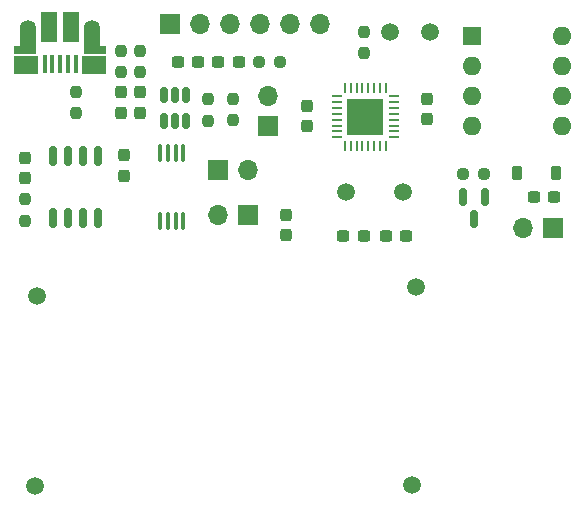
<source format=gbr>
%TF.GenerationSoftware,KiCad,Pcbnew,8.0.1*%
%TF.CreationDate,2024-06-30T08:56:46-03:00*%
%TF.ProjectId,chaos_papagali,6368616f-735f-4706-9170-6167616c692e,rev?*%
%TF.SameCoordinates,Original*%
%TF.FileFunction,Soldermask,Top*%
%TF.FilePolarity,Negative*%
%FSLAX46Y46*%
G04 Gerber Fmt 4.6, Leading zero omitted, Abs format (unit mm)*
G04 Created by KiCad (PCBNEW 8.0.1) date 2024-06-30 08:56:46*
%MOMM*%
%LPD*%
G01*
G04 APERTURE LIST*
G04 Aperture macros list*
%AMRoundRect*
0 Rectangle with rounded corners*
0 $1 Rounding radius*
0 $2 $3 $4 $5 $6 $7 $8 $9 X,Y pos of 4 corners*
0 Add a 4 corners polygon primitive as box body*
4,1,4,$2,$3,$4,$5,$6,$7,$8,$9,$2,$3,0*
0 Add four circle primitives for the rounded corners*
1,1,$1+$1,$2,$3*
1,1,$1+$1,$4,$5*
1,1,$1+$1,$6,$7*
1,1,$1+$1,$8,$9*
0 Add four rect primitives between the rounded corners*
20,1,$1+$1,$2,$3,$4,$5,0*
20,1,$1+$1,$4,$5,$6,$7,0*
20,1,$1+$1,$6,$7,$8,$9,0*
20,1,$1+$1,$8,$9,$2,$3,0*%
G04 Aperture macros list end*
%ADD10RoundRect,0.237500X-0.300000X-0.237500X0.300000X-0.237500X0.300000X0.237500X-0.300000X0.237500X0*%
%ADD11R,0.400000X1.650000*%
%ADD12R,1.825000X0.700000*%
%ADD13R,2.000000X1.500000*%
%ADD14R,1.350000X2.000000*%
%ADD15O,1.350000X1.700000*%
%ADD16O,1.100000X1.500000*%
%ADD17R,1.430000X2.500000*%
%ADD18C,1.500000*%
%ADD19RoundRect,0.237500X0.237500X-0.250000X0.237500X0.250000X-0.237500X0.250000X-0.237500X-0.250000X0*%
%ADD20RoundRect,0.150000X0.150000X-0.512500X0.150000X0.512500X-0.150000X0.512500X-0.150000X-0.512500X0*%
%ADD21RoundRect,0.237500X-0.237500X0.250000X-0.237500X-0.250000X0.237500X-0.250000X0.237500X0.250000X0*%
%ADD22RoundRect,0.062500X-0.375000X-0.062500X0.375000X-0.062500X0.375000X0.062500X-0.375000X0.062500X0*%
%ADD23RoundRect,0.062500X-0.062500X-0.375000X0.062500X-0.375000X0.062500X0.375000X-0.062500X0.375000X0*%
%ADD24R,3.100000X3.100000*%
%ADD25RoundRect,0.237500X0.237500X-0.300000X0.237500X0.300000X-0.237500X0.300000X-0.237500X-0.300000X0*%
%ADD26RoundRect,0.237500X0.300000X0.237500X-0.300000X0.237500X-0.300000X-0.237500X0.300000X-0.237500X0*%
%ADD27RoundRect,0.237500X0.237500X-0.287500X0.237500X0.287500X-0.237500X0.287500X-0.237500X-0.287500X0*%
%ADD28R,1.700000X1.700000*%
%ADD29O,1.700000X1.700000*%
%ADD30RoundRect,0.225000X0.225000X0.375000X-0.225000X0.375000X-0.225000X-0.375000X0.225000X-0.375000X0*%
%ADD31RoundRect,0.237500X0.250000X0.237500X-0.250000X0.237500X-0.250000X-0.237500X0.250000X-0.237500X0*%
%ADD32RoundRect,0.237500X-0.250000X-0.237500X0.250000X-0.237500X0.250000X0.237500X-0.250000X0.237500X0*%
%ADD33RoundRect,0.150000X0.150000X-0.675000X0.150000X0.675000X-0.150000X0.675000X-0.150000X-0.675000X0*%
%ADD34R,1.600000X1.600000*%
%ADD35O,1.600000X1.600000*%
%ADD36RoundRect,0.100000X-0.100000X0.637500X-0.100000X-0.637500X0.100000X-0.637500X0.100000X0.637500X0*%
%ADD37RoundRect,0.150000X-0.150000X0.587500X-0.150000X-0.587500X0.150000X-0.587500X0.150000X0.587500X0*%
G04 APERTURE END LIST*
D10*
%TO.C,C8*%
X123825000Y-78740000D03*
X125550000Y-78740000D03*
%TD*%
D11*
%TO.C,J2*%
X115156000Y-78953000D03*
X114506000Y-78953000D03*
X113856000Y-78953000D03*
X113206000Y-78953000D03*
X112556000Y-78953000D03*
D12*
X116806000Y-77753000D03*
D13*
X116706000Y-79053000D03*
D14*
X116586000Y-77003000D03*
D15*
X116586000Y-76073000D03*
D16*
X116276000Y-79073000D03*
D17*
X114816000Y-75803000D03*
X112896000Y-75803000D03*
D16*
X111436000Y-79073000D03*
D15*
X111126000Y-76073000D03*
D14*
X111106000Y-77003000D03*
D13*
X110956000Y-79073000D03*
D12*
X110856000Y-77753000D03*
%TD*%
D18*
%TO.C,F2*%
X111887000Y-98552000D03*
%TD*%
D10*
%TO.C,C5*%
X127254000Y-78740000D03*
X128979000Y-78740000D03*
%TD*%
D19*
%TO.C,R6*%
X110874500Y-92242500D03*
X110874500Y-90417500D03*
%TD*%
D20*
%TO.C,U3*%
X122621000Y-83814500D03*
X123571000Y-83814500D03*
X124521000Y-83814500D03*
X124521000Y-81539500D03*
X123571000Y-81539500D03*
X122621000Y-81539500D03*
%TD*%
D19*
%TO.C,R9*%
X126365000Y-83740000D03*
X126365000Y-81915000D03*
%TD*%
D21*
%TO.C,R10*%
X128524000Y-81868000D03*
X128524000Y-83693000D03*
%TD*%
D22*
%TO.C,U1*%
X137262500Y-81661000D03*
X137262500Y-82161000D03*
X137262500Y-82661000D03*
X137262500Y-83161000D03*
X137262500Y-83661000D03*
X137262500Y-84161000D03*
X137262500Y-84661000D03*
X137262500Y-85161000D03*
D23*
X137950000Y-85848500D03*
X138450000Y-85848500D03*
X138950000Y-85848500D03*
X139450000Y-85848500D03*
X139950000Y-85848500D03*
X140450000Y-85848500D03*
X140950000Y-85848500D03*
X141450000Y-85848500D03*
D22*
X142137500Y-85161000D03*
X142137500Y-84661000D03*
X142137500Y-84161000D03*
X142137500Y-83661000D03*
X142137500Y-83161000D03*
X142137500Y-82661000D03*
X142137500Y-82161000D03*
X142137500Y-81661000D03*
D23*
X141450000Y-80973500D03*
X140950000Y-80973500D03*
X140450000Y-80973500D03*
X139950000Y-80973500D03*
X139450000Y-80973500D03*
X138950000Y-80973500D03*
X138450000Y-80973500D03*
X137950000Y-80973500D03*
D24*
X139700000Y-83411000D03*
%TD*%
D25*
%TO.C,C9*%
X132969000Y-93419000D03*
X132969000Y-91694000D03*
%TD*%
D26*
%TO.C,C4*%
X139544500Y-93472000D03*
X137819500Y-93472000D03*
%TD*%
D19*
%TO.C,R4*%
X120650000Y-79652500D03*
X120650000Y-77827500D03*
%TD*%
D18*
%TO.C,R8*%
X141761000Y-76200000D03*
X145161000Y-76200000D03*
%TD*%
D27*
%TO.C,D2*%
X118999000Y-83081500D03*
X118999000Y-81331500D03*
%TD*%
D28*
%TO.C,M1*%
X155575000Y-92837000D03*
D29*
X153035000Y-92837000D03*
%TD*%
D30*
%TO.C,D4*%
X155829000Y-88138000D03*
X152529000Y-88138000D03*
%TD*%
D10*
%TO.C,C3*%
X141428500Y-93472000D03*
X143153500Y-93472000D03*
%TD*%
D25*
%TO.C,C7*%
X110874500Y-88633500D03*
X110874500Y-86908500D03*
%TD*%
D19*
%TO.C,R5*%
X118999000Y-79652500D03*
X118999000Y-77827500D03*
%TD*%
D25*
%TO.C,C6*%
X119253000Y-88392000D03*
X119253000Y-86667000D03*
%TD*%
%TO.C,C1*%
X134771500Y-84201000D03*
X134771500Y-82476000D03*
%TD*%
D31*
%TO.C,R1*%
X132508000Y-78740000D03*
X130683000Y-78740000D03*
%TD*%
D25*
%TO.C,C2*%
X144931500Y-83640000D03*
X144931500Y-81915000D03*
%TD*%
D18*
%TO.C,F3*%
X111760000Y-114681000D03*
%TD*%
%TO.C,F1*%
X144018000Y-97790000D03*
%TD*%
D28*
%TO.C,SW1*%
X131445000Y-84201000D03*
D29*
X131445000Y-81661000D03*
%TD*%
D26*
%TO.C,C10*%
X155702000Y-90170000D03*
X153977000Y-90170000D03*
%TD*%
D32*
%TO.C,R2*%
X147954000Y-88265000D03*
X149779000Y-88265000D03*
%TD*%
D33*
%TO.C,U2*%
X113284000Y-91991000D03*
X114554000Y-91991000D03*
X115824000Y-91991000D03*
X117094000Y-91991000D03*
X117094000Y-86741000D03*
X115824000Y-86741000D03*
X114554000Y-86741000D03*
X113284000Y-86741000D03*
%TD*%
D28*
%TO.C,JP1*%
X127254000Y-87884000D03*
D29*
X129794000Y-87884000D03*
%TD*%
D28*
%TO.C,J1*%
X123190000Y-75565000D03*
D29*
X125730000Y-75565000D03*
X128270000Y-75565000D03*
X130810000Y-75565000D03*
X133350000Y-75565000D03*
X135890000Y-75565000D03*
%TD*%
D18*
%TO.C,F4*%
X143637000Y-114554000D03*
%TD*%
D27*
%TO.C,D1*%
X120650000Y-83067500D03*
X120650000Y-81317500D03*
%TD*%
D34*
%TO.C,SW3*%
X148717000Y-76581000D03*
D35*
X148717000Y-79121000D03*
X148717000Y-81661000D03*
X148717000Y-84201000D03*
X156337000Y-84201000D03*
X156337000Y-81661000D03*
X156337000Y-79121000D03*
X156337000Y-76581000D03*
%TD*%
D21*
%TO.C,R3*%
X115189000Y-81280000D03*
X115189000Y-83105000D03*
%TD*%
%TO.C,R7*%
X139573000Y-76200000D03*
X139573000Y-78025000D03*
%TD*%
D28*
%TO.C,J3*%
X129794000Y-91694000D03*
D29*
X127254000Y-91694000D03*
%TD*%
D36*
%TO.C,U4*%
X124280000Y-86487000D03*
X123630000Y-86487000D03*
X122980000Y-86487000D03*
X122330000Y-86487000D03*
X122330000Y-92212000D03*
X122980000Y-92212000D03*
X123630000Y-92212000D03*
X124280000Y-92212000D03*
%TD*%
D18*
%TO.C,Y1*%
X142899500Y-89789000D03*
X138019500Y-89789000D03*
%TD*%
D37*
%TO.C,Q1*%
X149859000Y-90170000D03*
X147959000Y-90170000D03*
X148909000Y-92045000D03*
%TD*%
M02*

</source>
